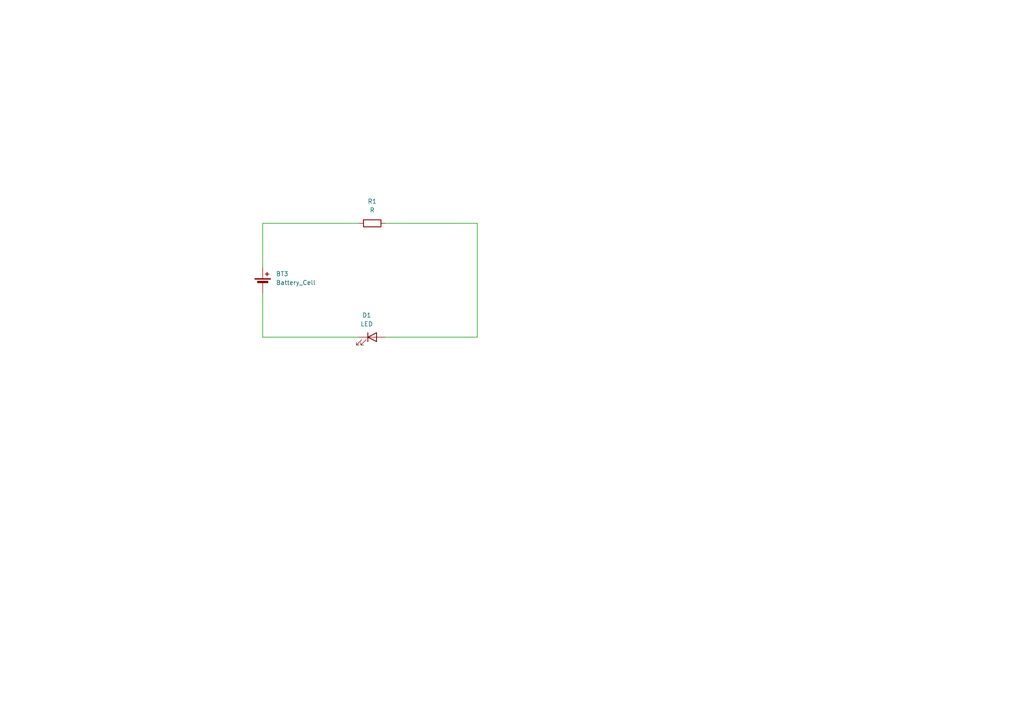
<source format=kicad_sch>
(kicad_sch (version 20231120) (generator "eeschema") (generator_version "8.0")
  (paper "A4")
  (title_block (title "LED Demo") (date "2024-10-08") (rev "1.0"))
  (lib_symbols
    (symbol "Device:Battery_Cell" (pin_numbers hide) (pin_names (offset 0) hide)
      (property "Reference" "BT" (at 2.54 2.54 0))
      (property "Value" "Battery_Cell" (at 2.54 0 0))
      (symbol "Battery_Cell_0_1"
        (rectangle (start -2.286 1.778) (end 2.286 1.524) (fill (type outline)))
        (rectangle (start -1.524 1.016) (end 1.524 0.508) (fill (type outline)))
        (polyline (pts (xy 0 0.762) (xy 0 0)))
        (polyline (pts (xy 0 1.778) (xy 0 2.54)))
        (polyline (pts (xy 0.762 3.048) (xy 1.778 3.048)) (stroke (width 0.254)))
        (polyline (pts (xy 1.27 3.556) (xy 1.27 2.54)) (stroke (width 0.254)))
      )
      (symbol "Battery_Cell_1_1"
        (pin passive line (at 0 5.08 270) (length 2.54) (name "+") (number "1"))
        (pin passive line (at 0 -2.54 90) (length 2.54) (name "-") (number "2"))
      )
    )
    (symbol "Device:LED" (pin_numbers hide) (pin_names (offset 1.016) hide)
      (property "Reference" "D" (at 0 2.54 0))
      (property "Value" "LED" (at 0 -2.54 0))
      (symbol "LED_0_1"
        (polyline (pts (xy -1.27 -1.27) (xy -1.27 1.27)) (stroke (width 0.254)))
        (polyline (pts (xy -1.27 0) (xy 1.27 0)))
        (polyline (pts (xy 1.27 -1.27) (xy 1.27 1.27) (xy -1.27 0) (xy 1.27 -1.27)) (stroke (width 0.254)))
        (polyline (pts (xy -3.048 -0.762) (xy -4.572 -2.286) (xy -3.81 -2.286) (xy -4.572 -2.286) (xy -4.572 -1.524)))
        (polyline (pts (xy -1.778 -0.762) (xy -3.302 -2.286) (xy -2.54 -2.286) (xy -3.302 -2.286) (xy -3.302 -1.524)))
      )
      (symbol "LED_1_1"
        (pin passive line (at -3.81 0 0) (length 2.54) (name "K") (number "1"))
        (pin passive line (at 3.81 0 180) (length 2.54) (name "A") (number "2"))
      )
    )
    (symbol "Device:R" (pin_numbers hide) (pin_names (offset 0))
      (property "Reference" "R" (at 2.032 0 90))
      (property "Value" "R" (at 0 0 90))
      (symbol "R_0_1"
        (rectangle (start -1.016 -2.54) (end 1.016 2.54) (stroke (width 0.254)))
      )
      (symbol "R_1_1"
        (pin passive line (at 0 3.81 270) (length 1.27) (name "~") (number "1"))
        (pin passive line (at 0 -3.81 90) (length 1.27) (name "~") (number "2"))
      )
    )
  )
  (wire (pts (xy 111.76 64.77) (xy 138.43 64.77)))
  (wire (pts (xy 76.2 64.77) (xy 76.2 77.47)))
  (wire (pts (xy 76.2 97.79) (xy 104.14 97.79)))
  (wire (pts (xy 104.14 64.77) (xy 76.2 64.77)))
  (wire (pts (xy 76.2 85.09) (xy 76.2 97.79)))
  (wire (pts (xy 111.76 97.79) (xy 138.43 97.79)))
  (wire (pts (xy 138.43 97.79) (xy 138.43 64.77)))
  (symbol (lib_id "Device:LED") (at 107.95 97.79 0) (unit 1)
    (property "Reference" "D1" (at 106.3625 91.44 0))
    (property "Value" "LED" (at 106.3625 93.98 0))
    (property "Footprint" "LED_SMD:LED_0805_2012Metric_Pad1.15x1.40mm_HandSolder" (effects (hide yes)))
    (property "Description" "Light emitting diode" (effects (hide yes)))
  )
  (symbol (lib_id "Device:Battery_Cell") (at 76.2 82.55 0) (unit 1)
    (property "Reference" "BT3" (at 80.01 79.4384 0) (effects (justify left)))
    (property "Value" "Battery_Cell" (at 80.01 81.9784 0) (effects (justify left)))
    (property "Footprint" "Battery:BatteryHolder_Seiko_MS621F" (effects (hide yes)))
    (property "Description" "Single-cell battery" (effects (hide yes)))
  )
  (symbol (lib_id "Device:R") (at 107.95 64.77 90) (unit 1)
    (property "Reference" "R1" (at 107.95 58.42 90))
    (property "Value" "R" (at 107.95 60.96 90))
    (property "Footprint" "Resistor_SMD:R_0805_2012Metric_Pad1.20x1.40mm_HandSolder" (effects (hide yes)))
    (property "Description" "Resistor" (effects (hide yes)))
  )
)
</source>
